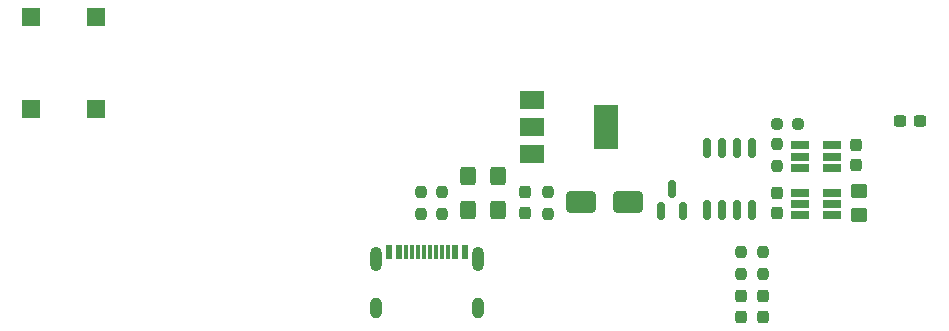
<source format=gbr>
%TF.GenerationSoftware,KiCad,Pcbnew,7.0.6-0*%
%TF.CreationDate,2024-04-21T20:48:41+02:00*%
%TF.ProjectId,3mode_controller,336d6f64-655f-4636-9f6e-74726f6c6c65,rev?*%
%TF.SameCoordinates,Original*%
%TF.FileFunction,Paste,Top*%
%TF.FilePolarity,Positive*%
%FSLAX46Y46*%
G04 Gerber Fmt 4.6, Leading zero omitted, Abs format (unit mm)*
G04 Created by KiCad (PCBNEW 7.0.6-0) date 2024-04-21 20:48:41*
%MOMM*%
%LPD*%
G01*
G04 APERTURE LIST*
G04 Aperture macros list*
%AMRoundRect*
0 Rectangle with rounded corners*
0 $1 Rounding radius*
0 $2 $3 $4 $5 $6 $7 $8 $9 X,Y pos of 4 corners*
0 Add a 4 corners polygon primitive as box body*
4,1,4,$2,$3,$4,$5,$6,$7,$8,$9,$2,$3,0*
0 Add four circle primitives for the rounded corners*
1,1,$1+$1,$2,$3*
1,1,$1+$1,$4,$5*
1,1,$1+$1,$6,$7*
1,1,$1+$1,$8,$9*
0 Add four rect primitives between the rounded corners*
20,1,$1+$1,$2,$3,$4,$5,0*
20,1,$1+$1,$4,$5,$6,$7,0*
20,1,$1+$1,$6,$7,$8,$9,0*
20,1,$1+$1,$8,$9,$2,$3,0*%
G04 Aperture macros list end*
%ADD10RoundRect,0.237500X-0.237500X0.250000X-0.237500X-0.250000X0.237500X-0.250000X0.237500X0.250000X0*%
%ADD11R,1.500000X1.500000*%
%ADD12R,1.560000X0.650000*%
%ADD13RoundRect,0.250000X-0.425000X0.537500X-0.425000X-0.537500X0.425000X-0.537500X0.425000X0.537500X0*%
%ADD14RoundRect,0.150000X0.150000X-0.587500X0.150000X0.587500X-0.150000X0.587500X-0.150000X-0.587500X0*%
%ADD15RoundRect,0.237500X-0.237500X0.287500X-0.237500X-0.287500X0.237500X-0.287500X0.237500X0.287500X0*%
%ADD16RoundRect,0.250000X0.450000X-0.350000X0.450000X0.350000X-0.450000X0.350000X-0.450000X-0.350000X0*%
%ADD17RoundRect,0.237500X0.237500X-0.250000X0.237500X0.250000X-0.237500X0.250000X-0.237500X-0.250000X0*%
%ADD18RoundRect,0.150000X-0.150000X0.675000X-0.150000X-0.675000X0.150000X-0.675000X0.150000X0.675000X0*%
%ADD19RoundRect,0.237500X-0.300000X-0.237500X0.300000X-0.237500X0.300000X0.237500X-0.300000X0.237500X0*%
%ADD20RoundRect,0.237500X0.237500X-0.287500X0.237500X0.287500X-0.237500X0.287500X-0.237500X-0.287500X0*%
%ADD21RoundRect,0.250000X1.000000X0.650000X-1.000000X0.650000X-1.000000X-0.650000X1.000000X-0.650000X0*%
%ADD22RoundRect,0.237500X0.237500X-0.300000X0.237500X0.300000X-0.237500X0.300000X-0.237500X-0.300000X0*%
%ADD23R,0.600000X1.150000*%
%ADD24R,0.300000X1.150000*%
%ADD25O,1.000000X2.100000*%
%ADD26O,1.000000X1.800000*%
%ADD27R,2.000000X1.500000*%
%ADD28R,2.000000X3.800000*%
%ADD29RoundRect,0.237500X-0.250000X-0.237500X0.250000X-0.237500X0.250000X0.237500X-0.250000X0.237500X0*%
G04 APERTURE END LIST*
D10*
%TO.C,R2*%
X184105000Y-123462500D03*
X184105000Y-125287500D03*
%TD*%
D11*
%TO.C,SW1*%
X121000000Y-112700000D03*
X121000000Y-120500000D03*
%TD*%
D12*
%TO.C,IC1*%
X186105000Y-123575000D03*
X186105000Y-124525000D03*
X186105000Y-125475000D03*
X188805000Y-125475000D03*
X188805000Y-124525000D03*
X188805000Y-123575000D03*
%TD*%
D13*
%TO.C,C8*%
X158000000Y-126190000D03*
X158000000Y-129065000D03*
%TD*%
D14*
%TO.C,Q1*%
X174300000Y-129125000D03*
X176200000Y-129125000D03*
X175250000Y-127250000D03*
%TD*%
D12*
%TO.C,U4*%
X188805000Y-129475000D03*
X188805000Y-128525000D03*
X188805000Y-127575000D03*
X186105000Y-127575000D03*
X186105000Y-128525000D03*
X186105000Y-129475000D03*
%TD*%
D15*
%TO.C,D3*%
X181100000Y-136350000D03*
X181100000Y-138100000D03*
%TD*%
D16*
%TO.C,R5*%
X191105000Y-129475000D03*
X191105000Y-127475000D03*
%TD*%
D17*
%TO.C,R6*%
X181100000Y-134450000D03*
X181100000Y-132625000D03*
%TD*%
D18*
%TO.C,U1*%
X182010000Y-123800000D03*
X180740000Y-123800000D03*
X179470000Y-123800000D03*
X178200000Y-123800000D03*
X178200000Y-129050000D03*
X179470000Y-129050000D03*
X180740000Y-129050000D03*
X182010000Y-129050000D03*
%TD*%
D19*
%TO.C,C6*%
X194537500Y-121500000D03*
X196262500Y-121500000D03*
%TD*%
D20*
%TO.C,D1*%
X162750000Y-129287500D03*
X162750000Y-127537500D03*
%TD*%
D21*
%TO.C,D4*%
X171500000Y-128357500D03*
X167500000Y-128357500D03*
%TD*%
D22*
%TO.C,C2*%
X184105000Y-129337500D03*
X184105000Y-127612500D03*
%TD*%
D10*
%TO.C,R7*%
X164750000Y-127545000D03*
X164750000Y-129370000D03*
%TD*%
D11*
%TO.C,SW2*%
X126500000Y-112700000D03*
X126500000Y-120500000D03*
%TD*%
D23*
%TO.C,J2*%
X151300000Y-132610000D03*
X152100000Y-132610000D03*
D24*
X153250000Y-132610000D03*
X154250000Y-132610000D03*
X154750000Y-132610000D03*
X155750000Y-132610000D03*
D23*
X156900000Y-132610000D03*
X157700000Y-132610000D03*
X157700000Y-132610000D03*
X156900000Y-132610000D03*
D24*
X156250000Y-132610000D03*
X155250000Y-132610000D03*
X153750000Y-132610000D03*
X152750000Y-132610000D03*
D23*
X152100000Y-132610000D03*
X151300000Y-132610000D03*
D25*
X150180000Y-133185000D03*
D26*
X150180000Y-137365000D03*
D25*
X158820000Y-133185000D03*
D26*
X158820000Y-137365000D03*
%TD*%
D17*
%TO.C,R4*%
X155750000Y-129370000D03*
X155750000Y-127545000D03*
%TD*%
D27*
%TO.C,U5*%
X163350000Y-119700000D03*
X163350000Y-122000000D03*
D28*
X169650000Y-122000000D03*
D27*
X163350000Y-124300000D03*
%TD*%
D29*
%TO.C,R9*%
X184080000Y-121775000D03*
X185905000Y-121775000D03*
%TD*%
D15*
%TO.C,D2*%
X182900000Y-136350000D03*
X182900000Y-138100000D03*
%TD*%
D13*
%TO.C,C7*%
X160500000Y-126190000D03*
X160500000Y-129065000D03*
%TD*%
D17*
%TO.C,R10*%
X182900000Y-134450000D03*
X182900000Y-132625000D03*
%TD*%
D22*
%TO.C,C4*%
X190805000Y-125237500D03*
X190805000Y-123512500D03*
%TD*%
D10*
%TO.C,R3*%
X154000000Y-127545000D03*
X154000000Y-129370000D03*
%TD*%
M02*

</source>
